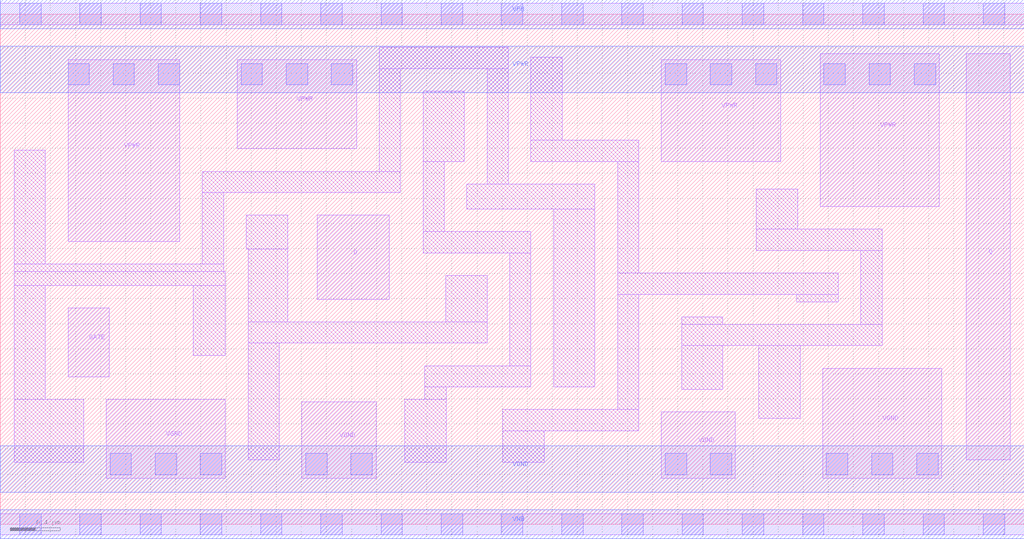
<source format=lef>
# Copyright 2020 The SkyWater PDK Authors
#
# Licensed under the Apache License, Version 2.0 (the "License");
# you may not use this file except in compliance with the License.
# You may obtain a copy of the License at
#
#     https://www.apache.org/licenses/LICENSE-2.0
#
# Unless required by applicable law or agreed to in writing, software
# distributed under the License is distributed on an "AS IS" BASIS,
# WITHOUT WARRANTIES OR CONDITIONS OF ANY KIND, either express or implied.
# See the License for the specific language governing permissions and
# limitations under the License.
#
# SPDX-License-Identifier: Apache-2.0

VERSION 5.5 ;
NAMESCASESENSITIVE ON ;
BUSBITCHARS "[]" ;
DIVIDERCHAR "/" ;
SITE unithvdbl
    SYMMETRY y  ;
    CLASS CORE  ;
    SIZE  0.480 BY 8.140 ;
END unithvdbl
MACRO sky130_fd_sc_hvl__dlxtp_1
  CLASS CORE ;
  SOURCE USER ;
  ORIGIN  0.000000  0.000000 ;
  SIZE  8.160000 BY  4.070000 ;
  SYMMETRY X Y ;
  SITE unithv ;
  PIN D
    ANTENNAGATEAREA  0.585000 ;
    DIRECTION INPUT ;
    USE SIGNAL ;
    PORT
      LAYER li1 ;
        RECT 2.525000 1.795000 3.100000 2.465000 ;
    END
  END D
  PIN Q
    ANTENNADIFFAREA  0.626250 ;
    DIRECTION OUTPUT ;
    USE SIGNAL ;
    PORT
      LAYER li1 ;
        RECT 7.700000 0.515000 8.050000 3.755000 ;
    END
  END Q
  PIN GATE
    ANTENNAGATEAREA  0.585000 ;
    DIRECTION INPUT ;
    USE CLOCK ;
    PORT
      LAYER li1 ;
        RECT 0.540000 1.175000 0.870000 1.725000 ;
    END
  END GATE
  PIN VGND
    DIRECTION INOUT ;
    USE GROUND ;
    PORT
      LAYER li1 ;
        RECT 0.845000 0.365000 1.795000 0.995000 ;
    END
    PORT
      LAYER li1 ;
        RECT 2.405000 0.365000 2.995000 0.975000 ;
    END
    PORT
      LAYER li1 ;
        RECT 5.270000 0.365000 5.860000 0.895000 ;
    END
    PORT
      LAYER li1 ;
        RECT 6.555000 0.365000 7.505000 1.245000 ;
    END
    PORT
      LAYER met1 ;
        RECT 0.000000 0.255000 8.160000 0.625000 ;
    END
  END VGND
  PIN VNB
    DIRECTION INOUT ;
    USE GROUND ;
    PORT
      LAYER li1 ;
        RECT 0.000000 -0.085000 8.160000 0.085000 ;
    END
    PORT
      LAYER met1 ;
        RECT 0.000000 -0.115000 8.160000 0.115000 ;
    END
  END VNB
  PIN VPB
    DIRECTION INOUT ;
    USE POWER ;
    PORT
      LAYER li1 ;
        RECT 0.000000 3.985000 8.160000 4.155000 ;
    END
    PORT
      LAYER met1 ;
        RECT 0.000000 3.955000 8.160000 4.185000 ;
    END
  END VPB
  PIN VPWR
    DIRECTION INOUT ;
    USE POWER ;
    PORT
      LAYER li1 ;
        RECT 0.540000 2.255000 1.430000 3.705000 ;
    END
    PORT
      LAYER li1 ;
        RECT 1.890000 2.995000 2.840000 3.705000 ;
    END
    PORT
      LAYER li1 ;
        RECT 5.270000 2.895000 6.220000 3.705000 ;
    END
    PORT
      LAYER li1 ;
        RECT 6.535000 2.535000 7.485000 3.755000 ;
    END
    PORT
      LAYER met1 ;
        RECT 0.000000 3.445000 8.160000 3.815000 ;
    END
  END VPWR
  OBS
    LAYER li1 ;
      RECT 0.110000 0.495000 0.665000 0.995000 ;
      RECT 0.110000 0.995000 0.360000 1.905000 ;
      RECT 0.110000 1.905000 1.795000 2.015000 ;
      RECT 0.110000 2.015000 1.780000 2.075000 ;
      RECT 0.110000 2.075000 0.360000 2.985000 ;
      RECT 1.540000 1.345000 1.795000 1.905000 ;
      RECT 1.610000 2.075000 1.780000 2.645000 ;
      RECT 1.610000 2.645000 3.190000 2.815000 ;
      RECT 1.960000 2.195000 2.290000 2.465000 ;
      RECT 1.975000 0.515000 2.225000 1.445000 ;
      RECT 1.975000 1.445000 3.880000 1.615000 ;
      RECT 1.975000 1.615000 2.290000 2.195000 ;
      RECT 3.020000 2.815000 3.190000 3.635000 ;
      RECT 3.020000 3.635000 4.050000 3.805000 ;
      RECT 3.225000 0.495000 3.555000 0.995000 ;
      RECT 3.370000 2.165000 4.230000 2.335000 ;
      RECT 3.370000 2.335000 3.540000 2.895000 ;
      RECT 3.370000 2.895000 3.700000 3.455000 ;
      RECT 3.385000 0.995000 3.555000 1.095000 ;
      RECT 3.385000 1.095000 4.230000 1.265000 ;
      RECT 3.550000 1.615000 3.880000 1.985000 ;
      RECT 3.720000 2.515000 4.740000 2.715000 ;
      RECT 3.880000 2.715000 4.050000 3.635000 ;
      RECT 4.005000 0.495000 4.335000 0.745000 ;
      RECT 4.005000 0.745000 5.090000 0.915000 ;
      RECT 4.060000 1.265000 4.230000 2.165000 ;
      RECT 4.230000 2.895000 5.090000 3.065000 ;
      RECT 4.230000 3.065000 4.480000 3.725000 ;
      RECT 4.410000 1.095000 4.740000 2.515000 ;
      RECT 4.920000 0.915000 5.090000 1.835000 ;
      RECT 4.920000 1.835000 6.680000 2.005000 ;
      RECT 4.920000 2.005000 5.090000 2.895000 ;
      RECT 5.430000 1.075000 5.760000 1.425000 ;
      RECT 5.430000 1.425000 7.030000 1.595000 ;
      RECT 5.430000 1.595000 5.760000 1.655000 ;
      RECT 6.025000 2.185000 7.030000 2.355000 ;
      RECT 6.025000 2.355000 6.355000 2.675000 ;
      RECT 6.045000 0.845000 6.375000 1.425000 ;
      RECT 6.350000 1.775000 6.680000 1.835000 ;
      RECT 6.860000 1.595000 7.030000 2.185000 ;
    LAYER mcon ;
      RECT 0.155000 -0.085000 0.325000 0.085000 ;
      RECT 0.155000  3.985000 0.325000 4.155000 ;
      RECT 0.540000  3.505000 0.710000 3.675000 ;
      RECT 0.635000 -0.085000 0.805000 0.085000 ;
      RECT 0.635000  3.985000 0.805000 4.155000 ;
      RECT 0.875000  0.395000 1.045000 0.565000 ;
      RECT 0.900000  3.505000 1.070000 3.675000 ;
      RECT 1.115000 -0.085000 1.285000 0.085000 ;
      RECT 1.115000  3.985000 1.285000 4.155000 ;
      RECT 1.235000  0.395000 1.405000 0.565000 ;
      RECT 1.260000  3.505000 1.430000 3.675000 ;
      RECT 1.595000 -0.085000 1.765000 0.085000 ;
      RECT 1.595000  0.395000 1.765000 0.565000 ;
      RECT 1.595000  3.985000 1.765000 4.155000 ;
      RECT 1.920000  3.505000 2.090000 3.675000 ;
      RECT 2.075000 -0.085000 2.245000 0.085000 ;
      RECT 2.075000  3.985000 2.245000 4.155000 ;
      RECT 2.280000  3.505000 2.450000 3.675000 ;
      RECT 2.435000  0.395000 2.605000 0.565000 ;
      RECT 2.555000 -0.085000 2.725000 0.085000 ;
      RECT 2.555000  3.985000 2.725000 4.155000 ;
      RECT 2.640000  3.505000 2.810000 3.675000 ;
      RECT 2.795000  0.395000 2.965000 0.565000 ;
      RECT 3.035000 -0.085000 3.205000 0.085000 ;
      RECT 3.035000  3.985000 3.205000 4.155000 ;
      RECT 3.515000 -0.085000 3.685000 0.085000 ;
      RECT 3.515000  3.985000 3.685000 4.155000 ;
      RECT 3.995000 -0.085000 4.165000 0.085000 ;
      RECT 3.995000  3.985000 4.165000 4.155000 ;
      RECT 4.475000 -0.085000 4.645000 0.085000 ;
      RECT 4.475000  3.985000 4.645000 4.155000 ;
      RECT 4.955000 -0.085000 5.125000 0.085000 ;
      RECT 4.955000  3.985000 5.125000 4.155000 ;
      RECT 5.300000  0.395000 5.470000 0.565000 ;
      RECT 5.300000  3.505000 5.470000 3.675000 ;
      RECT 5.435000 -0.085000 5.605000 0.085000 ;
      RECT 5.435000  3.985000 5.605000 4.155000 ;
      RECT 5.660000  0.395000 5.830000 0.565000 ;
      RECT 5.660000  3.505000 5.830000 3.675000 ;
      RECT 5.915000 -0.085000 6.085000 0.085000 ;
      RECT 5.915000  3.985000 6.085000 4.155000 ;
      RECT 6.020000  3.505000 6.190000 3.675000 ;
      RECT 6.395000 -0.085000 6.565000 0.085000 ;
      RECT 6.395000  3.985000 6.565000 4.155000 ;
      RECT 6.565000  3.505000 6.735000 3.675000 ;
      RECT 6.585000  0.395000 6.755000 0.565000 ;
      RECT 6.875000 -0.085000 7.045000 0.085000 ;
      RECT 6.875000  3.985000 7.045000 4.155000 ;
      RECT 6.925000  3.505000 7.095000 3.675000 ;
      RECT 6.945000  0.395000 7.115000 0.565000 ;
      RECT 7.285000  3.505000 7.455000 3.675000 ;
      RECT 7.305000  0.395000 7.475000 0.565000 ;
      RECT 7.355000 -0.085000 7.525000 0.085000 ;
      RECT 7.355000  3.985000 7.525000 4.155000 ;
      RECT 7.835000 -0.085000 8.005000 0.085000 ;
      RECT 7.835000  3.985000 8.005000 4.155000 ;
  END
END sky130_fd_sc_hvl__dlxtp_1
END LIBRARY

</source>
